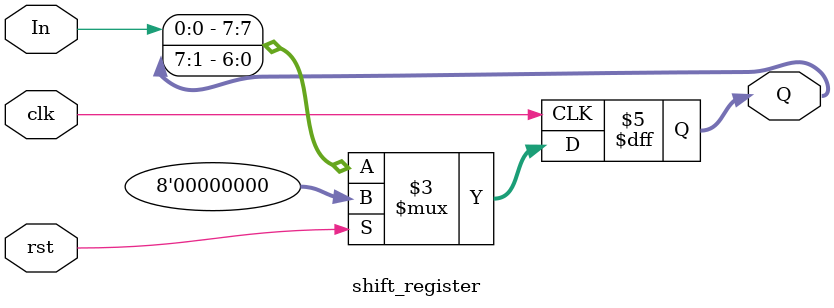
<source format=v>
module shift_register #(parameter WIDTH = 8) 
(
    input In,
    input clk,
    input rst,
    output reg [WIDTH - 1:0] Q
);
    always @(posedge clk) begin
        if (rst)
            Q <= 0;
        else
            Q <= {In, Q[WIDTH - 1:1]};
    end
endmodule
    
</source>
